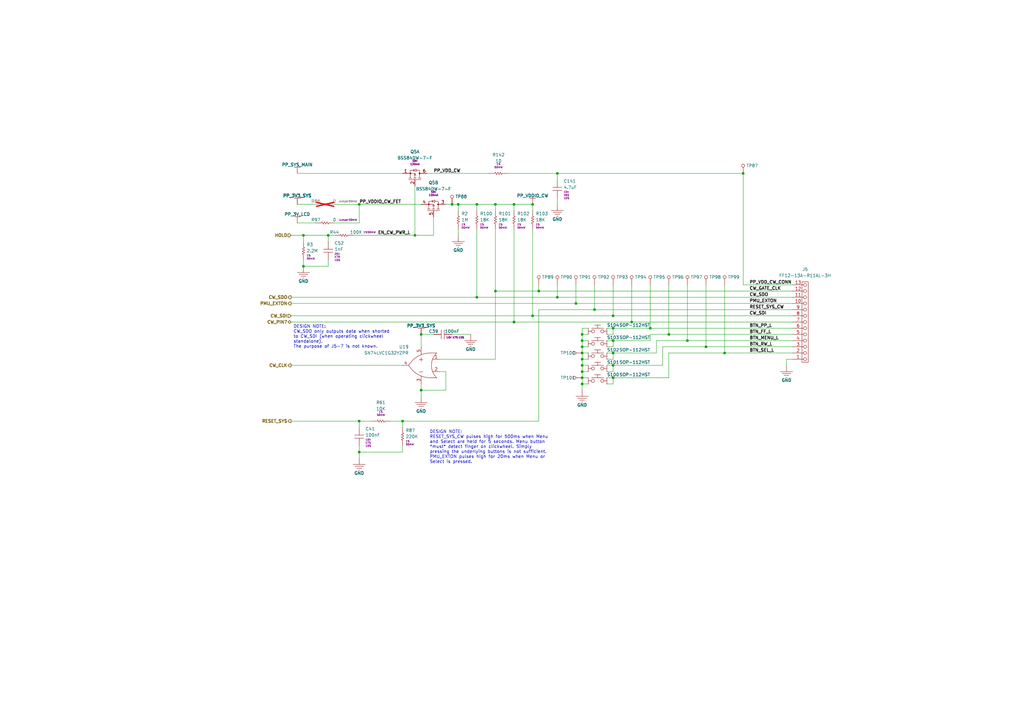
<source format=kicad_sch>
(kicad_sch (version 20231120) (generator "eeschema") (generator_version "8.0")
  (paper "A3")
  (title_block (title "iPod Video Main Board") (date "2025-04-19") (rev "A") (comment 1 "820-1975") (comment 2 "A"))
  (lib_symbols
    (symbol "820-1975:Capacitors-0201/CAP-0201-000004" (pin_numbers hide) (pin_names (offset 0) hide)
      (property "Reference" "C" (at 2.54 -3.175 0))
      (property "Value" "1nF" (at 2.54 -1.27 0))
      (property "Voltage" "25V" (at 2.54 -4.445 0))
      (property "Dielectric" "X7R" (at 2.54 -6.985 0))
      (property "Tolerance" "10%" (at 2.54 -5.715 0))
      (symbol "Capacitors-0201/CAP-0201-000004_0_1"
        (polyline (pts (xy -1.905 -4.445) (xy 1.905 -4.445)))
        (polyline (pts (xy 1.905 -3.175) (xy -1.905 -3.175)))
      )
      (symbol "Capacitors-0201/CAP-0201-000004_1_1"
        (pin passive line (at 0 0 270) (length 3.175) (name "1") (number "1"))
        (pin passive line (at 0 -7.62 90) (length 3.175) (name "2") (number "2"))
      )
    )
    (symbol "820-1975:Capacitors-0201/CAP-0201-000006" (pin_numbers hide) (pin_names (offset 0) hide)
      (property "Reference" "C" (at 2.54 -3.175 0))
      (property "Value" "100nF" (at 2.54 -1.27 0))
      (property "Voltage" "10V" (at 2.54 -4.445 0))
      (property "Dielectric" "X7S" (at 2.54 -6.985 0))
      (property "Tolerance" "10%" (at 2.54 -5.715 0))
      (symbol "Capacitors-0201/CAP-0201-000006_0_1"
        (polyline (pts (xy -1.905 -4.445) (xy 1.905 -4.445)))
        (polyline (pts (xy 1.905 -3.175) (xy -1.905 -3.175)))
      )
      (symbol "Capacitors-0201/CAP-0201-000006_1_1"
        (pin passive line (at 0 0 270) (length 3.175) (name "1") (number "1"))
        (pin passive line (at 0 -7.62 90) (length 3.175) (name "2") (number "2"))
      )
    )
    (symbol "820-1975:Capacitors-0603/CAP-0603-000004" (pin_numbers hide) (pin_names (offset 0) hide)
      (property "Reference" "C" (at 2.54 -3.175 0))
      (property "Value" "4.7uF" (at 2.54 -1.27 0))
      (property "Voltage" "10V" (at 2.54 -4.445 0))
      (property "Dielectric" "X6S" (at 2.54 -6.985 0))
      (property "Tolerance" "10%" (at 2.54 -5.715 0))
      (symbol "Capacitors-0603/CAP-0603-000004_0_1"
        (polyline (pts (xy -1.905 -4.445) (xy 1.905 -4.445)))
        (polyline (pts (xy 1.905 -3.175) (xy -1.905 -3.175)))
      )
      (symbol "Capacitors-0603/CAP-0603-000004_1_1"
        (pin passive line (at 0 0 270) (length 3.175) (name "1") (number "1"))
        (pin passive line (at 0 -7.62 90) (length 3.175) (name "2") (number "2"))
      )
    )
    (symbol "820-1975:Connectors/CONN-000002" (pin_names (offset 0) hide)
      (property "Reference" "J" (at 7.62 0 0))
      (property "Value" "FF12-13A-R11AL-3H" (at 7.62 -1.905 0))
      (symbol "Connectors/CONN-000002_0_1"
        (rectangle (start 3.81 1.27) (end 6.35 -31.75))
      )
      (symbol "Connectors/CONN-000002_1_1"
        (circle (center 5.08 -30.48) (radius 0.635))
        (circle (center 5.08 -27.94) (radius 0.635))
        (circle (center 5.08 -25.4) (radius 0.635))
        (circle (center 5.08 -22.86) (radius 0.635))
        (circle (center 5.08 -20.32) (radius 0.635))
        (circle (center 5.08 -17.78) (radius 0.635))
        (circle (center 5.08 -15.24) (radius 0.635))
        (circle (center 5.08 -12.7) (radius 0.635))
        (circle (center 5.08 -10.16) (radius 0.635))
        (circle (center 5.08 -7.62) (radius 0.635))
        (circle (center 5.08 -5.08) (radius 0.635))
        (circle (center 5.08 -2.54) (radius 0.635))
        (circle (center 5.08 0) (radius 0.635))
        (pin passive line (at 0 0 0) (length 4.445) (name "1") (number "1"))
        (pin passive line (at 0 -22.86 0) (length 4.445) (name "10") (number "10"))
        (pin passive line (at 0 -25.4 0) (length 4.445) (name "11") (number "11"))
        (pin passive line (at 0 -27.94 0) (length 4.445) (name "12") (number "12"))
        (pin passive line (at 0 -30.48 0) (length 4.445) (name "13") (number "13"))
        (pin passive line (at 0 -2.54 0) (length 4.445) (name "2") (number "2"))
        (pin passive line (at 0 -5.08 0) (length 4.445) (name "3") (number "3"))
        (pin passive line (at 0 -7.62 0) (length 4.445) (name "4") (number "4"))
        (pin passive line (at 0 -10.16 0) (length 4.445) (name "5") (number "5"))
        (pin passive line (at 0 -12.7 0) (length 4.445) (name "6") (number "6"))
        (pin passive line (at 0 -15.24 0) (length 4.445) (name "7") (number "7"))
        (pin passive line (at 0 -17.78 0) (length 4.445) (name "8") (number "8"))
        (pin passive line (at 0 -20.32 0) (length 4.445) (name "9") (number "9"))
      )
    )
    (symbol "820-1975:ICs/IC-000009" (pin_names (offset 0) hide)
      (property "Reference" "U" (at 12.7 4.445 0))
      (property "Value" "SN74LVC1G32YZPR" (at 12.7 2.54 0))
      (symbol "ICs/IC-000009_0_1"
        (polyline (pts (xy 1.27 -7.62) (xy 3.81 -7.62)))
        (polyline (pts (xy 1.27 2.54) (xy 3.81 2.54)))
        (arc (start 1.27 -7.62) (mid 3.3742 -2.54) (end 1.27 2.54))
      )
      (symbol "ICs/IC-000009_1_1"
        (arc (start 3.81 -7.62) (mid 8.9295 -6.2603) (end 12.7 -2.54))
        (arc (start 12.7 -2.54) (mid 8.93 1.18) (end 3.81 2.54))
        (text "+" (at 7.62 0 0) (effects (font (size 1.905 1.905))))
        (text "−" (at 7.62 -5.08 0) (effects (font (size 1.905 1.905))))
        (pin input line (at 0 0 0) (length 2.8956) (name "A") (number "1"))
        (pin input line (at 0 -5.08 0) (length 2.8956) (name "B") (number "2"))
        (pin power_in line (at 7.62 -10.16 90) (length 3.2766) (name "GND") (number "3"))
        (pin input line (at 15.24 -2.54 180) (length 2.54) (name "Y") (number "4"))
        (pin power_in line (at 7.62 5.08 270) (length 3.2766) (name "VCC") (number "5"))
      )
    )
    (symbol "820-1975:PCB Components/TP-000000" (pin_numbers hide) (pin_names (offset 0) hide)
      (property "Reference" "TP" (at 3.81 -5.08 0))
      (symbol "PCB Components/TP-000000_0_1"
        (circle (center 0 3.175) (radius 0.635))
      )
      (symbol "PCB Components/TP-000000_1_1"
        (pin passive line (at 0 0 90) (length 2.54) (name "1") (number "1"))
      )
    )
    (symbol "820-1975:Resistors-0201/RES-0201-000000" (pin_numbers hide) (pin_names (offset 0) hide)
      (property "Reference" "R" (at 1.27 -3.81 0))
      (property "Value" "0" (at 1.27 -1.905 0))
      (property "Tolerance" "Jumper" (at 1.27 -5.08 0))
      (property "Power" "50mW" (at 1.27 -6.35 0))
      (symbol "Resistors-0201/RES-0201-000000_0_1"
        (polyline (pts (xy 0 -1.27) (xy 0 -2.286) (xy 0.508 -2.54) (xy -0.508 -3.048) (xy 0.508 -3.556) (xy -0.508 -4.064) (xy 0.508 -4.572) (xy -0.508 -5.08) (xy 0 -5.334) (xy 0 -6.35)))
      )
      (symbol "Resistors-0201/RES-0201-000000_1_1"
        (pin passive line (at 0 0 270) (length 1.27) (name "1") (number "1"))
        (pin passive line (at 0 -7.62 90) (length 1.27) (name "2") (number "2"))
      )
    )
    (symbol "820-1975:Resistors-0201/RES-0201-000001" (pin_numbers hide) (pin_names (offset 0) hide)
      (property "Reference" "R" (at 1.27 -3.81 0))
      (property "Value" "10" (at 1.27 -1.905 0))
      (property "Tolerance" "1%" (at 1.27 -5.08 0))
      (property "Power" "50mW" (at 1.27 -6.35 0))
      (symbol "Resistors-0201/RES-0201-000001_0_1"
        (polyline (pts (xy 0 -1.27) (xy 0 -2.286) (xy 0.508 -2.54) (xy -0.508 -3.048) (xy 0.508 -3.556) (xy -0.508 -4.064) (xy 0.508 -4.572) (xy -0.508 -5.08) (xy 0 -5.334) (xy 0 -6.35)))
      )
      (symbol "Resistors-0201/RES-0201-000001_1_1"
        (pin passive line (at 0 0 270) (length 1.27) (name "1") (number "1"))
        (pin passive line (at 0 -7.62 90) (length 1.27) (name "2") (number "2"))
      )
    )
    (symbol "820-1975:Resistors-0201/RES-0201-000022" (pin_numbers hide) (pin_names (offset 0) hide)
      (property "Reference" "R" (at 1.27 -3.81 0))
      (property "Value" "10K" (at 1.27 -1.905 0))
      (property "Tolerance" "1%" (at 1.27 -5.08 0))
      (property "Power" "50mW" (at 1.27 -6.35 0))
      (symbol "Resistors-0201/RES-0201-000022_0_1"
        (polyline (pts (xy 0 -1.27) (xy 0 -2.286) (xy 0.508 -2.54) (xy -0.508 -3.048) (xy 0.508 -3.556) (xy -0.508 -4.064) (xy 0.508 -4.572) (xy -0.508 -5.08) (xy 0 -5.334) (xy 0 -6.35)))
      )
      (symbol "Resistors-0201/RES-0201-000022_1_1"
        (pin passive line (at 0 0 270) (length 1.27) (name "1") (number "1"))
        (pin passive line (at 0 -7.62 90) (length 1.27) (name "2") (number "2"))
      )
    )
    (symbol "820-1975:Resistors-0201/RES-0201-000024" (pin_numbers hide) (pin_names (offset 0) hide)
      (property "Reference" "R" (at 1.27 -3.81 0))
      (property "Value" "18K" (at 1.27 -1.905 0))
      (property "Tolerance" "1%" (at 1.27 -5.08 0))
      (property "Power" "50mW" (at 1.27 -6.35 0))
      (symbol "Resistors-0201/RES-0201-000024_0_1"
        (polyline (pts (xy 0 -1.27) (xy 0 -2.286) (xy 0.508 -2.54) (xy -0.508 -3.048) (xy 0.508 -3.556) (xy -0.508 -4.064) (xy 0.508 -4.572) (xy -0.508 -5.08) (xy 0 -5.334) (xy 0 -6.35)))
      )
      (symbol "Resistors-0201/RES-0201-000024_1_1"
        (pin passive line (at 0 0 270) (length 1.27) (name "1") (number "1"))
        (pin passive line (at 0 -7.62 90) (length 1.27) (name "2") (number "2"))
      )
    )
    (symbol "820-1975:Resistors-0201/RES-0201-000030" (pin_numbers hide) (pin_names (offset 0) hide)
      (property "Reference" "R" (at 1.27 -3.81 0))
      (property "Value" "100K" (at 1.27 -1.905 0))
      (property "Tolerance" "1%" (at 1.27 -5.08 0))
      (property "Power" "50mW" (at 1.27 -6.35 0))
      (symbol "Resistors-0201/RES-0201-000030_0_1"
        (polyline (pts (xy 0 -1.27) (xy 0 -2.286) (xy 0.508 -2.54) (xy -0.508 -3.048) (xy 0.508 -3.556) (xy -0.508 -4.064) (xy 0.508 -4.572) (xy -0.508 -5.08) (xy 0 -5.334) (xy 0 -6.35)))
      )
      (symbol "Resistors-0201/RES-0201-000030_1_1"
        (pin passive line (at 0 0 270) (length 1.27) (name "1") (number "1"))
        (pin passive line (at 0 -7.62 90) (length 1.27) (name "2") (number "2"))
      )
    )
    (symbol "820-1975:Resistors-0201/RES-0201-000033" (pin_numbers hide) (pin_names (offset 0) hide)
      (property "Reference" "R" (at 1.27 -3.81 0))
      (property "Value" "220K" (at 1.27 -1.905 0))
      (property "Tolerance" "1%" (at 1.27 -5.08 0))
      (property "Power" "50mW" (at 1.27 -6.35 0))
      (symbol "Resistors-0201/RES-0201-000033_0_1"
        (polyline (pts (xy 0 -1.27) (xy 0 -2.286) (xy 0.508 -2.54) (xy -0.508 -3.048) (xy 0.508 -3.556) (xy -0.508 -4.064) (xy 0.508 -4.572) (xy -0.508 -5.08) (xy 0 -5.334) (xy 0 -6.35)))
      )
      (symbol "Resistors-0201/RES-0201-000033_1_1"
        (pin passive line (at 0 0 270) (length 1.27) (name "1") (number "1"))
        (pin passive line (at 0 -7.62 90) (length 1.27) (name "2") (number "2"))
      )
    )
    (symbol "820-1975:Resistors-0201/RES-0201-000037" (pin_numbers hide) (pin_names (offset 0) hide)
      (property "Reference" "R" (at 1.27 -3.81 0))
      (property "Value" "1M" (at 1.27 -1.905 0))
      (property "Tolerance" "1%" (at 1.27 -5.08 0))
      (property "Power" "50mW" (at 1.27 -6.35 0))
      (symbol "Resistors-0201/RES-0201-000037_0_1"
        (polyline (pts (xy 0 -1.27) (xy 0 -2.286) (xy 0.508 -2.54) (xy -0.508 -3.048) (xy 0.508 -3.556) (xy -0.508 -4.064) (xy 0.508 -4.572) (xy -0.508 -5.08) (xy 0 -5.334) (xy 0 -6.35)))
      )
      (symbol "Resistors-0201/RES-0201-000037_1_1"
        (pin passive line (at 0 0 270) (length 1.27) (name "1") (number "1"))
        (pin passive line (at 0 -7.62 90) (length 1.27) (name "2") (number "2"))
      )
    )
    (symbol "820-1975:Resistors-0201/RES-0201-000038" (pin_numbers hide) (pin_names (offset 0) hide)
      (property "Reference" "R" (at 1.27 -3.81 0))
      (property "Value" "2.2M" (at 1.27 -1.905 0))
      (property "Tolerance" "1%" (at 1.27 -5.08 0))
      (property "Power" "50mW" (at 1.27 -6.35 0))
      (symbol "Resistors-0201/RES-0201-000038_0_1"
        (polyline (pts (xy 0 -1.27) (xy 0 -2.286) (xy 0.508 -2.54) (xy -0.508 -3.048) (xy 0.508 -3.556) (xy -0.508 -4.064) (xy 0.508 -4.572) (xy -0.508 -5.08) (xy 0 -5.334) (xy 0 -6.35)))
      )
      (symbol "Resistors-0201/RES-0201-000038_1_1"
        (pin passive line (at 0 0 270) (length 1.27) (name "1") (number "1"))
        (pin passive line (at 0 -7.62 90) (length 1.27) (name "2") (number "2"))
      )
    )
    (symbol "820-1975:Switches/SW-000000" (pin_numbers hide) (pin_names (offset 0) hide)
      (property "Reference" "S" (at 5.08 -3.175 0))
      (property "Value" "SOP-112HST" (at 5.08 -5.08 0))
      (symbol "Switches/SW-000000_0_1"
        (polyline (pts (xy 0 -7.62) (xy 2.54 -7.62)))
        (polyline (pts (xy 0 0) (xy 2.54 0)))
        (polyline (pts (xy 1.27 -7.62) (xy 1.27 -6.35)))
        (polyline (pts (xy 1.27 -1.27) (xy 1.27 0)))
        (polyline (pts (xy 2.54 -3.81) (xy 3.81 -3.81)))
        (polyline (pts (xy 2.54 -1.27) (xy 2.54 -6.35)))
        (polyline (pts (xy 3.81 -2.54) (xy 3.81 -4.445) (xy 3.81 -5.08)))
        (circle (center 1.27 -5.715) (radius 0.635))
        (circle (center 1.27 -1.905) (radius 0.635))
      )
      (symbol "Switches/SW-000000_1_1"
        (pin passive line (at 0 0 270) (length 0) (name "1") (number "1"))
        (pin passive line (at 2.54 0 270) (length 0) (name "2") (number "2"))
        (pin passive line (at 0 -7.62 90) (length 0) (name "3") (number "3"))
        (pin passive line (at 2.54 -7.62 90) (length 0) (name "4") (number "4"))
      )
    )
    (symbol "820-1975:Transistors/Q-000004" (pin_names (offset 0) hide)
      (property "Reference" "Q" (at 2.54 -3.175 0))
      (property "Value" "BSS84DW-7-F" (at 2.54 -5.08 0))
      (property "Voltage" "50V" (at 2.54 -6.35 0))
      (property "Current" "130mA" (at 2.54 -7.62 0))
      (symbol "Transistors/Q-000004_0_1"
        (polyline (pts (xy -2.54 -2.54) (xy -2.54 -7.62)))
        (polyline (pts (xy -1.905 -6.35) (xy -1.905 -7.62)))
        (polyline (pts (xy -1.905 -4.445) (xy -1.905 -5.715)))
        (polyline (pts (xy -1.905 -2.54) (xy -1.905 -3.81)))
        (polyline (pts (xy -0.635 -5.08) (xy -1.905 -5.08)))
        (polyline (pts (xy 0 -3.175) (xy 0 -5.08)))
        (polyline (pts (xy 0.762 -4.572) (xy 1.778 -4.572)))
        (polyline (pts (xy -1.905 -6.985) (xy 0 -6.985) (xy 0 -7.62)))
        (polyline (pts (xy -1.905 -3.175) (xy 0 -3.175) (xy 0 -2.54)))
        (polyline (pts (xy 0 -6.985) (xy 1.27 -6.985) (xy 1.27 -5.588)))
        (polyline (pts (xy 0 -3.175) (xy 1.27 -3.175) (xy 1.27 -4.572)))
        (polyline (pts (xy -0.635 -5.461) (xy -0.635 -4.699) (xy 0 -5.08) (xy -0.635 -5.461)))
        (polyline (pts (xy 1.27 -4.572) (xy 1.778 -5.588) (xy 0.762 -5.588) (xy 1.27 -4.572)))
      )
      (symbol "Transistors/Q-000004_1_1"
        (circle (center 0 -6.985) (radius 0.254) (fill (type color) (color 0 0 0 1)))
        (circle (center 0 -3.175) (radius 0.254) (fill (type color) (color 0 0 0 1)))
        (pin passive line (at 0 0 270) (length 2.54) (name "S1") (number "1"))
        (pin passive line (at -5.08 -5.08 0) (length 2.54) (name "G1") (number "2"))
        (pin passive line (at 0 -10.16 90) (length 2.54) (name "D1") (number "6"))
      )
      (symbol "Transistors/Q-000004_2_1"
        (circle (center 0 -6.985) (radius 0.254) (fill (type color) (color 0 0 0 1)))
        (circle (center 0 -3.175) (radius 0.254) (fill (type color) (color 0 0 0 1)))
        (pin passive line (at 0 -10.16 90) (length 2.54) (name "D2") (number "3"))
        (pin passive line (at 0 0 270) (length 2.54) (name "S2") (number "4"))
        (pin passive line (at -5.08 -5.08 0) (length 2.54) (name "G2") (number "5"))
      )
    )
    (symbol "820-1975_Symbols:GND" (power) (pin_numbers hide) (pin_names hide) (in_bom no) (on_board no)
      (property "Value" "GND" (at 0 -6.096 0))
      (symbol "GND_0_1"
        (polyline (pts (xy -2.54 -2.54) (xy 2.54 -2.54)))
        (polyline (pts (xy -1.778 -3.302) (xy 1.778 -3.302)))
        (polyline (pts (xy -1.016 -4.064) (xy 1.016 -4.064)))
        (polyline (pts (xy -0.254 -4.826) (xy 0.254 -4.826)))
      )
      (symbol "GND_1_1"
        (pin power_in line (at 0 0 270) (length 2.54) (name "GND") (number "1"))
      )
    )
    (symbol "820-1975_Symbols:VCC" (power) (pin_numbers hide) (pin_names hide) (in_bom no) (on_board no)
      (property "Value" "VCC" (at 0 3.556 0))
      (symbol "VCC_0_1"
        (polyline (pts (xy -1.27 2.54) (xy 1.27 2.54)))
      )
      (symbol "VCC_1_1"
        (pin power_in line (at 0 0 90) (length 2.54) (name "SHLD_GND") (number "1"))
      )
    )
  )
  (junction (at 147.32 172.72))
  (junction (at 238.76 157.48))
  (junction (at 218.44 83.82))
  (junction (at 238.76 144.78))
  (junction (at 220.98 119.38))
  (junction (at 304.8 71.12))
  (junction (at 238.76 149.86))
  (junction (at 134.62 96.52))
  (junction (at 243.84 127))
  (junction (at 251.46 144.78))
  (junction (at 259.08 132.08))
  (junction (at 297.18 144.78))
  (junction (at 251.46 134.62))
  (junction (at 218.44 129.54))
  (junction (at 289.56 142.24))
  (junction (at 210.82 132.08))
  (junction (at 238.76 142.24))
  (junction (at 281.94 139.7))
  (junction (at 165.1 172.72))
  (junction (at 251.46 149.86))
  (junction (at 251.46 139.7))
  (junction (at 228.6 121.92))
  (junction (at 203.2 83.82))
  (junction (at 195.58 121.92))
  (junction (at 274.32 137.16))
  (junction (at 172.72 160.02))
  (junction (at 266.7 134.62))
  (junction (at 172.72 137.16))
  (junction (at 251.46 154.94))
  (junction (at 236.22 124.46))
  (junction (at 124.46 96.52))
  (junction (at 210.82 83.82))
  (junction (at 251.46 129.54))
  (junction (at 228.6 71.12))
  (junction (at 238.76 152.4))
  (junction (at 238.76 139.7))
  (junction (at 238.76 137.16))
  (junction (at 170.18 96.52))
  (junction (at 195.58 83.82))
  (junction (at 203.2 119.38))
  (junction (at 238.76 154.94))
  (junction (at 185.42 83.82))
  (junction (at 124.46 109.22))
  (junction (at 238.76 147.32))
  (junction (at 147.32 83.82))
  (junction (at 187.96 83.82))
  (junction (at 147.32 185.42))
  (wire (pts (xy 248.92 137.16) (xy 251.46 137.16)))
  (wire (pts (xy 228.6 81.28) (xy 228.6 83.82)))
  (wire (pts (xy 238.76 134.62) (xy 238.76 137.16)))
  (wire (pts (xy 172.72 137.16) (xy 177.8 137.16)))
  (wire (pts (xy 137.16 83.82) (xy 147.32 83.82)))
  (wire (pts (xy 203.2 83.82) (xy 203.2 86.36)))
  (wire (pts (xy 248.92 134.62) (xy 251.46 134.62)))
  (wire (pts (xy 228.6 116.84) (xy 228.6 121.92)))
  (wire (pts (xy 251.46 134.62) (xy 266.7 134.62)))
  (wire (pts (xy 251.46 139.7) (xy 266.7 139.7)))
  (wire (pts (xy 208.28 71.12) (xy 228.6 71.12)))
  (wire (pts (xy 266.7 139.7) (xy 266.7 137.16)))
  (wire (pts (xy 177.8 96.52) (xy 177.8 88.9)))
  (wire (pts (xy 251.46 139.7) (xy 251.46 142.24)))
  (wire (pts (xy 218.44 129.54) (xy 251.46 129.54)))
  (wire (pts (xy 238.76 139.7) (xy 238.76 142.24)))
  (wire (pts (xy 210.82 93.98) (xy 210.82 132.08)))
  (wire (pts (xy 195.58 86.36) (xy 195.58 83.82)))
  (wire (pts (xy 195.58 93.98) (xy 195.58 121.92)))
  (wire (pts (xy 281.94 116.84) (xy 281.94 139.7)))
  (wire (pts (xy 195.58 121.92) (xy 228.6 121.92)))
  (wire (pts (xy 251.46 144.78) (xy 251.46 147.32)))
  (wire (pts (xy 269.24 144.78) (xy 269.24 139.7)))
  (wire (pts (xy 144.78 96.52) (xy 170.18 96.52)))
  (wire (pts (xy 134.62 96.52) (xy 134.62 99.06)))
  (wire (pts (xy 147.32 182.88) (xy 147.32 185.42)))
  (wire (pts (xy 220.98 116.84) (xy 220.98 119.38)))
  (wire (pts (xy 238.76 144.78) (xy 238.76 147.32)))
  (wire (pts (xy 251.46 134.62) (xy 251.46 137.16)))
  (wire (pts (xy 185.42 83.82) (xy 187.96 83.82)))
  (wire (pts (xy 172.72 142.24) (xy 172.72 137.16)))
  (wire (pts (xy 210.82 132.08) (xy 259.08 132.08)))
  (wire (pts (xy 248.92 147.32) (xy 251.46 147.32)))
  (wire (pts (xy 220.98 172.72) (xy 165.1 172.72)))
  (wire (pts (xy 119.38 172.72) (xy 147.32 172.72)))
  (wire (pts (xy 187.96 96.52) (xy 187.96 93.98)))
  (wire (pts (xy 304.8 71.12) (xy 304.8 116.84)))
  (wire (pts (xy 243.84 127) (xy 220.98 127)))
  (wire (pts (xy 243.84 116.84) (xy 243.84 127)))
  (wire (pts (xy 182.88 83.82) (xy 185.42 83.82)))
  (wire (pts (xy 238.76 147.32) (xy 238.76 149.86)))
  (wire (pts (xy 274.32 137.16) (xy 325.12 137.16)))
  (wire (pts (xy 266.7 116.84) (xy 266.7 134.62)))
  (wire (pts (xy 238.76 144.78) (xy 238.76 142.24)))
  (wire (pts (xy 203.2 83.82) (xy 210.82 83.82)))
  (wire (pts (xy 238.76 137.16) (xy 241.3 137.16)))
  (wire (pts (xy 266.7 134.62) (xy 325.12 134.62)))
  (wire (pts (xy 119.38 121.92) (xy 195.58 121.92)))
  (wire (pts (xy 147.32 185.42) (xy 165.1 185.42)))
  (wire (pts (xy 147.32 172.72) (xy 147.32 175.26)))
  (wire (pts (xy 236.22 124.46) (xy 325.12 124.46)))
  (wire (pts (xy 238.76 149.86) (xy 238.76 152.4)))
  (wire (pts (xy 236.22 116.84) (xy 236.22 124.46)))
  (wire (pts (xy 121.92 71.12) (xy 165.1 71.12)))
  (wire (pts (xy 304.8 116.84) (xy 325.12 116.84)))
  (wire (pts (xy 325.12 127) (xy 243.84 127)))
  (wire (pts (xy 220.98 127) (xy 220.98 172.72)))
  (wire (pts (xy 172.72 157.48) (xy 172.72 160.02)))
  (wire (pts (xy 124.46 96.52) (xy 134.62 96.52)))
  (wire (pts (xy 274.32 116.84) (xy 274.32 137.16)))
  (wire (pts (xy 180.34 147.32) (xy 203.2 147.32)))
  (wire (pts (xy 251.46 144.78) (xy 269.24 144.78)))
  (wire (pts (xy 238.76 157.48) (xy 241.3 157.48)))
  (wire (pts (xy 248.92 142.24) (xy 251.46 142.24)))
  (wire (pts (xy 271.78 149.86) (xy 271.78 142.24)))
  (wire (pts (xy 124.46 109.22) (xy 134.62 109.22)))
  (wire (pts (xy 238.76 139.7) (xy 238.76 137.16)))
  (wire (pts (xy 182.88 152.4) (xy 182.88 160.02)))
  (wire (pts (xy 165.1 172.72) (xy 165.1 175.26)))
  (wire (pts (xy 238.76 154.94) (xy 241.3 154.94)))
  (wire (pts (xy 119.38 149.86) (xy 165.1 149.86)))
  (wire (pts (xy 210.82 83.82) (xy 218.44 83.82)))
  (wire (pts (xy 195.58 83.82) (xy 203.2 83.82)))
  (wire (pts (xy 170.18 76.2) (xy 170.18 96.52)))
  (wire (pts (xy 134.62 106.68) (xy 134.62 109.22)))
  (wire (pts (xy 266.7 137.16) (xy 274.32 137.16)))
  (wire (pts (xy 203.2 93.98) (xy 203.2 119.38)))
  (wire (pts (xy 248.92 157.48) (xy 251.46 157.48)))
  (wire (pts (xy 238.76 147.32) (xy 241.3 147.32)))
  (wire (pts (xy 147.32 91.44) (xy 147.32 83.82)))
  (wire (pts (xy 187.96 83.82) (xy 195.58 83.82)))
  (wire (pts (xy 251.46 154.94) (xy 251.46 157.48)))
  (wire (pts (xy 119.38 132.08) (xy 210.82 132.08)))
  (wire (pts (xy 147.32 83.82) (xy 172.72 83.82)))
  (wire (pts (xy 137.16 91.44) (xy 147.32 91.44)))
  (wire (pts (xy 274.32 144.78) (xy 297.18 144.78)))
  (wire (pts (xy 170.18 96.52) (xy 177.8 96.52)))
  (wire (pts (xy 187.96 83.82) (xy 187.96 86.36)))
  (wire (pts (xy 297.18 144.78) (xy 325.12 144.78)))
  (wire (pts (xy 134.62 96.52) (xy 137.16 96.52)))
  (wire (pts (xy 289.56 142.24) (xy 325.12 142.24)))
  (wire (pts (xy 248.92 144.78) (xy 251.46 144.78)))
  (wire (pts (xy 203.2 119.38) (xy 203.2 147.32)))
  (wire (pts (xy 238.76 154.94) (xy 238.76 157.48)))
  (wire (pts (xy 251.46 129.54) (xy 325.12 129.54)))
  (wire (pts (xy 251.46 149.86) (xy 251.46 152.4)))
  (wire (pts (xy 259.08 116.84) (xy 259.08 132.08)))
  (wire (pts (xy 121.92 83.82) (xy 129.54 83.82)))
  (wire (pts (xy 228.6 71.12) (xy 304.8 71.12)))
  (wire (pts (xy 238.76 157.48) (xy 238.76 160.02)))
  (wire (pts (xy 203.2 119.38) (xy 220.98 119.38)))
  (wire (pts (xy 121.92 91.44) (xy 129.54 91.44)))
  (wire (pts (xy 238.76 152.4) (xy 241.3 152.4)))
  (wire (pts (xy 248.92 139.7) (xy 251.46 139.7)))
  (wire (pts (xy 269.24 139.7) (xy 281.94 139.7)))
  (wire (pts (xy 152.4 172.72) (xy 147.32 172.72)))
  (wire (pts (xy 289.56 116.84) (xy 289.56 142.24)))
  (wire (pts (xy 218.44 93.98) (xy 218.44 129.54)))
  (wire (pts (xy 325.12 147.32) (xy 322.58 147.32)))
  (wire (pts (xy 251.46 116.84) (xy 251.46 129.54)))
  (wire (pts (xy 251.46 154.94) (xy 274.32 154.94)))
  (wire (pts (xy 259.08 132.08) (xy 325.12 132.08)))
  (wire (pts (xy 119.38 96.52) (xy 124.46 96.52)))
  (wire (pts (xy 182.88 160.02) (xy 172.72 160.02)))
  (wire (pts (xy 238.76 152.4) (xy 238.76 154.94)))
  (wire (pts (xy 218.44 86.36) (xy 218.44 83.82)))
  (wire (pts (xy 172.72 160.02) (xy 172.72 162.56)))
  (wire (pts (xy 124.46 96.52) (xy 124.46 99.06)))
  (wire (pts (xy 160.02 172.72) (xy 165.1 172.72)))
  (wire (pts (xy 228.6 121.92) (xy 325.12 121.92)))
  (wire (pts (xy 180.34 152.4) (xy 182.88 152.4)))
  (wire (pts (xy 119.38 129.54) (xy 218.44 129.54)))
  (wire (pts (xy 281.94 139.7) (xy 325.12 139.7)))
  (wire (pts (xy 248.92 152.4) (xy 251.46 152.4)))
  (wire (pts (xy 271.78 142.24) (xy 289.56 142.24)))
  (wire (pts (xy 238.76 144.78) (xy 241.3 144.78)))
  (wire (pts (xy 175.26 71.12) (xy 200.66 71.12)))
  (wire (pts (xy 193.04 137.16) (xy 185.42 137.16)))
  (wire (pts (xy 238.76 139.7) (xy 241.3 139.7)))
  (wire (pts (xy 297.18 116.84) (xy 297.18 144.78)))
  (wire (pts (xy 210.82 83.82) (xy 210.82 86.36)))
  (wire (pts (xy 220.98 119.38) (xy 325.12 119.38)))
  (wire (pts (xy 238.76 142.24) (xy 241.3 142.24)))
  (wire (pts (xy 124.46 106.68) (xy 124.46 109.22)))
  (wire (pts (xy 251.46 149.86) (xy 271.78 149.86)))
  (wire (pts (xy 248.92 154.94) (xy 251.46 154.94)))
  (wire (pts (xy 147.32 185.42) (xy 147.32 187.96)))
  (wire (pts (xy 228.6 71.12) (xy 228.6 73.66)))
  (wire (pts (xy 274.32 154.94) (xy 274.32 144.78)))
  (wire (pts (xy 119.38 124.46) (xy 236.22 124.46)))
  (wire (pts (xy 165.1 182.88) (xy 165.1 185.42)))
  (wire (pts (xy 241.3 134.62) (xy 238.76 134.62)))
  (wire (pts (xy 248.92 149.86) (xy 251.46 149.86)))
  (wire (pts (xy 238.76 149.86) (xy 241.3 149.86)))
  (wire (pts (xy 322.58 147.32) (xy 322.58 149.86)))
  (text_box "DESIGN NOTE:\nCW_SDO only outputs data when shorted to CW_SDI (when operating clickwheel standalone).\nThe purpose of J5-7 is not known." (at 119.38 132.08 0) (size 43.18 10.16) (stroke (width -0.0001)) (effects (font (size 1.27 1.27)) (justify left top)))
  (text_box "DESIGN NOTE:\nRESET_SYS_CW pulses high for 500ms when Menu and Select are held for 5 seconds. Menu button *must* detect finger on clickwheel. Simply pressing the underlying buttons is not sufficient.\nPMU_EXTON pulses high for 20ms when Menu or Select is pressed." (at 175.26 175.26 0) (size 50.8 17.78) (stroke (width -0.0001)) (effects (font (size 1.27 1.27)) (justify left top)))
  (label "BTN_PP_L" (at 307.34 134.62 0) (effects (font (bold yes))))
  (label "PMU_EXTON" (at 307.34 124.46 0) (effects (font (bold yes))))
  (label "BTN_SEL_L" (at 307.34 144.78 0) (effects (font (bold yes))))
  (label "CW_GATE_CLK" (at 307.34 119.38 0) (effects (font (bold yes))))
  (label "PP_VDD_CW" (at 177.8 71.12 0) (effects (font (bold yes))))
  (label "EN_CW_PWR_L" (at 154.94 96.52 0) (effects (font (bold yes))))
  (label "PP_VDD_CW_CONN" (at 307.34 116.84 0) (effects (font (bold yes))))
  (label "BTN_MENU_L" (at 307.34 139.7 0) (effects (font (bold yes))))
  (label "BTN_RW_L" (at 307.34 142.24 0) (effects (font (bold yes))))
  (label "PP_VDDIO_CW_FET" (at 147.32 83.82 0) (effects (font (bold yes))))
  (label "RESET_SYS_CW" (at 307.34 127 0) (effects (font (bold yes))))
  (label "BTN_FF_L" (at 307.34 137.16 0) (effects (font (bold yes))))
  (label "CW_SDO" (at 307.34 121.92 0) (effects (font (bold yes))))
  (label "CW_SDI" (at 307.34 129.54 0) (effects (font (bold yes))))
  (hierarchical_label "CW_SDO" (shape output) (at 119.38 121.92 180) (effects (font (bold yes))))
  (hierarchical_label "CW_SDI" (shape input) (at 119.38 129.54 180) (effects (font (bold yes))))
  (hierarchical_label "RESET_SYS" (shape output) (at 119.38 172.72 180) (effects (font (bold yes))))
  (hierarchical_label "HOLD" (shape input) (at 119.38 96.52 180) (effects (font (bold yes))))
  (hierarchical_label "PMU_EXTON" (shape output) (at 119.38 124.46 180) (effects (font (bold yes))))
  (hierarchical_label "CW_PIN7" (shape bidirectional) (at 119.38 132.08 180) (effects (font (bold yes))))
  (hierarchical_label "CW_CLK" (shape output) (at 119.38 149.86 180) (effects (font (bold yes))))
  (symbol (lib_id "820-1975:PCB Components/TP-000000") (at 236.22 116.84 0) (unit 1)
    (property "Reference" "TP91" (at 237.49 113.665 0) (effects (justify left)))
    (property "Value" "TP" (effects (hide yes)))
    (property "Footprint" "820-1975_Footprints:TP-SMT" (effects (hide yes)))
    (property "Description" "TESTPOINT SMT" (effects (hide yes)))
  )
  (symbol (lib_id "820-1975:PCB Components/TP-000000") (at 281.94 116.84 0) (unit 1)
    (property "Reference" "TP97" (at 283.21 113.665 0) (effects (justify left)))
    (property "Value" "TP" (effects (hide yes)))
    (property "Footprint" "820-1975_Footprints:TP-SMT" (effects (hide yes)))
    (property "Description" "TESTPOINT SMT" (effects (hide yes)))
  )
  (symbol (lib_id "820-1975_Symbols:GND") (at 124.46 109.22 0) (unit 1) (in_bom no) (on_board no)
    (property "Reference" "#PWR044" (effects (hide yes)))
    (property "Value" "GND" (at 124.46 115.316 0) (effects (font (bold yes))))
    (property "Description" "Ground Symbol" (effects (hide yes)))
  )
  (symbol (lib_id "820-1975:Resistors-0201/RES-0201-000022") (at 152.4 172.72 90) (unit 1)
    (property "Reference" "R61" (at 156.21 165.1 90))
    (property "Value" "10K" (at 156.21 167.64 90))
    (property "Footprint" "820-1975_Footprints:RES-0201" (effects (hide yes)))
    (property "Tolerance" "1%" (at 156.21 168.91 90) (effects (font (size 0.762 0.762))))
    (property "Power" "50mW" (at 156.21 170.18 90) (effects (font (size 0.762 0.762))))
    (property "Manufacturer" "Vishay Dale" (effects (hide yes)))
    (property "Manufacturer Part Number" "CRCW020110K0FNED" (effects (hide yes)))
  )
  (symbol (lib_id "820-1975:Resistors-0201/RES-0201-000024") (at 203.2 86.36 0) (unit 1)
    (property "Reference" "R101" (at 204.47 87.63 0) (effects (justify left)))
    (property "Value" "18K" (at 204.47 90.17 0) (effects (justify left)))
    (property "Footprint" "820-1975_Footprints:RES-0201" (effects (hide yes)))
    (property "Tolerance" "1%" (at 204.47 92.075 0) (effects (font (size 0.762 0.762)) (justify left)))
    (property "Power" "50mW" (at 204.47 93.345 0) (effects (font (size 0.762 0.762)) (justify left)))
    (property "Manufacturer" "Vishay Dale" (effects (hide yes)))
    (property "Manufacturer Part Number" "CRCW020118K0FKED" (effects (hide yes)))
  )
  (symbol (lib_id "820-1975_Symbols:VCC") (at 121.92 91.44 0) (unit 1) (in_bom no) (on_board no)
    (property "Reference" "#PWR0188" (effects (hide yes)))
    (property "Value" "PP_3V_LCD" (at 121.92 87.884 0) (effects (font (bold yes))))
    (property "Description" "Power Port Symbol" (effects (hide yes)))
  )
  (symbol (lib_id "820-1975_Symbols:GND") (at 193.04 137.16 0) (unit 1) (in_bom no) (on_board no)
    (property "Reference" "#PWR079" (effects (hide yes)))
    (property "Value" "GND" (at 193.04 143.256 0) (effects (font (bold yes))))
    (property "Description" "Ground Symbol" (effects (hide yes)))
  )
  (symbol (lib_id "820-1975:PCB Components/TP-000000") (at 289.56 116.84 0) (unit 1)
    (property "Reference" "TP98" (at 290.83 113.665 0) (effects (justify left)))
    (property "Value" "TP" (effects (hide yes)))
    (property "Footprint" "820-1975_Footprints:TP-SMT" (effects (hide yes)))
    (property "Description" "TESTPOINT SMT" (effects (hide yes)))
  )
  (symbol (lib_id "820-1975:Transistors/Q-000004") (at 165.1 71.12 90) (unit 1)
    (property "Reference" "Q5" (at 170.18 62.23 90))
    (property "Value" "BSS84DW-7-F" (at 170.18 64.77 90))
    (property "Footprint" "820-1975_Footprints:SOT-363" (effects (hide yes)))
    (property "Datasheet" "https://www.diodes.com/assets/Datasheets/BSS84DW.pdf" (effects (hide yes)))
    (property "Voltage" "50V" (at 170.18 66.04 90) (effects (font (size 0.762 0.762))))
    (property "Current" "130mA" (at 170.18 67.31 90) (effects (font (size 0.762 0.762))))
    (property "Manufacturer" "Diodes Incorporated" (effects (hide yes)))
    (property "Manufacturer Part Number" "BSS84DW-7-F" (effects (hide yes)))
    (property "Type" "PCH-DUAL" (effects (hide yes)))
  )
  (symbol (lib_id "820-1975:Resistors-0201/RES-0201-000033") (at 165.1 175.26 0) (unit 1)
    (property "Reference" "R87" (at 166.37 176.53 0) (effects (justify left)))
    (property "Value" "220K" (at 166.37 179.07 0) (effects (justify left)))
    (property "Footprint" "820-1975_Footprints:RES-0201" (effects (hide yes)))
    (property "Tolerance" "1%" (at 166.37 180.975 0) (effects (font (size 0.762 0.762)) (justify left)))
    (property "Power" "50mW" (at 166.37 182.245 0) (effects (font (size 0.762 0.762)) (justify left)))
    (property "Manufacturer" "Vishay Dale" (effects (hide yes)))
    (property "Manufacturer Part Number" "CRCW0201220KFNED" (effects (hide yes)))
  )
  (symbol (lib_id "820-1975:Resistors-0201/RES-0201-000000") (at 129.54 83.82 90) (unit 1) (dnp yes)
    (property "Reference" "R86" (at 129.54 82.55 90))
    (property "Value" "0" (at 137.16 82.55 90))
    (property "Footprint" "820-1975_Footprints:RES-0201" (effects (hide yes)))
    (property "Tolerance" "Jumper" (at 140.97 82.55 90) (effects (font (size 0.762 0.762))))
    (property "Power" "50mW" (at 144.78 82.55 90) (effects (font (size 0.762 0.762))))
    (property "Manufacturer" "Vishay Dale" (effects (hide yes)))
    (property "Manufacturer Part Number" "CRCW02010000Z0ED" (effects (hide yes)))
  )
  (symbol (lib_id "820-1975:Connectors/CONN-000002") (at 325.12 147.32 0) (mirror x) (unit 1)
    (property "Reference" "J5" (at 330.2 110.49 0))
    (property "Value" "FF12-13A-R11AL-3H" (at 330.2 113.03 0))
    (property "Footprint" "820-1975_Footprints:FF12-13A-R11AL-3H" (effects (hide yes)))
    (property "Datasheet" "https://www.ddknet.co.jp/English/products/print/fpc-connectors/ff12/FF12_ENG.pdf" (effects (hide yes)))
    (property "Description" "CONN DDK FF12 1x13 FF12-13A-R11AL-3H" (effects (hide yes)))
    (property "Manufacturer" "DDK Ltd." (effects (hide yes)))
    (property "Manufacturer Part Number" "FF12-13A-R11AL-3H" (effects (hide yes)))
  )
  (symbol (lib_id "820-1975:PCB Components/TP-000000") (at 274.32 116.84 0) (unit 1)
    (property "Reference" "TP96" (at 275.59 113.665 0) (effects (justify left)))
    (property "Value" "TP" (effects (hide yes)))
    (property "Footprint" "820-1975_Footprints:TP-SMT" (effects (hide yes)))
    (property "Description" "TESTPOINT SMT" (effects (hide yes)))
  )
  (symbol (lib_id "820-1975:Resistors-0201/RES-0201-000038") (at 124.46 99.06 0) (unit 1)
    (property "Reference" "R3" (at 125.73 100.33 0) (effects (justify left)))
    (property "Value" "2.2M" (at 125.73 102.87 0) (effects (justify left)))
    (property "Footprint" "820-1975_Footprints:RES-0201" (effects (hide yes)))
    (property "Tolerance" "1%" (at 125.73 104.775 0) (effects (font (size 0.762 0.762)) (justify left)))
    (property "Power" "50mW" (at 125.73 106.045 0) (effects (font (size 0.762 0.762)) (justify left)))
    (property "Manufacturer" "Vishay Dale" (effects (hide yes)))
    (property "Manufacturer Part Number" "CRCW02012M20FNED" (effects (hide yes)))
  )
  (symbol (lib_id "820-1975_Symbols:GND") (at 238.76 160.02 0) (unit 1) (in_bom no) (on_board no)
    (property "Reference" "#PWR031" (effects (hide yes)))
    (property "Value" "GND" (at 238.76 166.116 0) (effects (font (bold yes))))
    (property "Description" "Ground Symbol" (effects (hide yes)))
  )
  (symbol (lib_id "820-1975:PCB Components/TP-000000") (at 228.6 116.84 0) (unit 1)
    (property "Reference" "TP90" (at 229.87 113.665 0) (effects (justify left)))
    (property "Value" "TP" (effects (hide yes)))
    (property "Footprint" "820-1975_Footprints:TP-SMT" (effects (hide yes)))
    (property "Description" "TESTPOINT SMT" (effects (hide yes)))
  )
  (symbol (lib_id "820-1975:Resistors-0201/RES-0201-000001") (at 200.66 71.12 90) (unit 1)
    (property "Reference" "R142" (at 204.47 63.5 90))
    (property "Value" "10" (at 204.47 66.04 90))
    (property "Footprint" "820-1975_Footprints:RES-0201" (effects (hide yes)))
    (property "Tolerance" "1%" (at 204.47 67.31 90) (effects (font (size 0.762 0.762))))
    (property "Power" "50mW" (at 204.47 68.58 90) (effects (font (size 0.762 0.762))))
    (property "Manufacturer" "Vishay Dale" (effects (hide yes)))
    (property "Manufacturer Part Number" "CRCW020110R0FNED" (effects (hide yes)))
  )
  (symbol (lib_id "820-1975:PCB Components/TP-000000") (at 297.18 116.84 0) (unit 1)
    (property "Reference" "TP99" (at 298.45 113.665 0) (effects (justify left)))
    (property "Value" "TP" (effects (hide yes)))
    (property "Footprint" "820-1975_Footprints:TP-SMT" (effects (hide yes)))
    (property "Description" "TESTPOINT SMT" (effects (hide yes)))
  )
  (symbol (lib_id "820-1975:PCB Components/TP-000000") (at 266.7 116.84 0) (unit 1)
    (property "Reference" "TP95" (at 267.97 113.665 0) (effects (justify left)))
    (property "Value" "TP" (effects (hide yes)))
    (property "Footprint" "820-1975_Footprints:TP-SMT" (effects (hide yes)))
    (property "Description" "TESTPOINT SMT" (effects (hide yes)))
  )
  (symbol (lib_id "820-1975_Symbols:GND") (at 172.72 162.56 0) (unit 1) (in_bom no) (on_board no)
    (property "Reference" "#PWR061" (effects (hide yes)))
    (property "Value" "GND" (at 172.72 168.656 0) (effects (font (bold yes))))
    (property "Description" "Ground Symbol" (effects (hide yes)))
  )
  (symbol (lib_id "820-1975:Resistors-0201/RES-0201-000000") (at 129.54 91.44 90) (unit 1)
    (property "Reference" "R97" (at 129.54 90.17 90))
    (property "Value" "0" (at 137.16 90.17 90))
    (property "Footprint" "820-1975_Footprints:RES-0201" (effects (hide yes)))
    (property "Tolerance" "Jumper" (at 140.97 90.17 90) (effects (font (size 0.762 0.762))))
    (property "Power" "50mW" (at 144.78 90.17 90) (effects (font (size 0.762 0.762))))
    (property "Manufacturer" "Vishay Dale" (effects (hide yes)))
    (property "Manufacturer Part Number" "CRCW02010000Z0ED" (effects (hide yes)))
  )
  (symbol (lib_id "820-1975_Symbols:GND") (at 228.6 83.82 0) (unit 1) (in_bom no) (on_board no)
    (property "Reference" "#PWR035" (effects (hide yes)))
    (property "Value" "GND" (at 228.6 89.916 0) (effects (font (bold yes))))
    (property "Description" "Ground Symbol" (effects (hide yes)))
  )
  (symbol (lib_id "820-1975:Capacitors-0201/CAP-0201-000004") (at 134.62 99.06 0) (unit 1)
    (property "Reference" "C52" (at 137.16 99.695 0) (effects (justify left)))
    (property "Value" "1nF" (at 137.16 102.235 0) (effects (justify left)))
    (property "Footprint" "820-1975_Footprints:MLCC-0201" (effects (hide yes)))
    (property "Voltage" "25V" (at 137.16 104.14 0) (effects (font (size 0.762 0.762)) (justify left)))
    (property "Dielectric" "X7R" (at 137.16 105.41 0) (effects (font (size 0.762 0.762)) (justify left)))
    (property "Tolerance" "10%" (at 137.16 106.68 0) (effects (font (size 0.762 0.762)) (justify left)))
    (property "Manufacturer" "Murata" (effects (hide yes)))
    (property "Manufacturer Part Number" "GRM033R71E102KA01J" (effects (hide yes)))
  )
  (symbol (lib_id "820-1975:PCB Components/TP-000000") (at 238.76 154.94 90) (unit 1)
    (property "Reference" "TP101" (at 229.87 154.94 90) (effects (justify right)))
    (property "Value" "TP" (effects (hide yes)))
    (property "Footprint" "820-1975_Footprints:TP-SMT" (effects (hide yes)))
    (property "Description" "TESTPOINT SMT" (effects (hide yes)))
  )
  (symbol (lib_id "820-1975:Switches/SW-000000") (at 241.3 147.32 90) (unit 1)
    (property "Reference" "S102" (at 251.46 143.51 90))
    (property "Value" "SOP-112HST" (at 260.35 143.51 90))
    (property "Footprint" "820-1975_Footprints:SOP-11xHST" (effects (hide yes)))
    (property "Datasheet" "http://www.maoye-smd.com/canshu/pdf/2012-5-15/SOP-114HST.pdf" (effects (hide yes)))
    (property "Manufacturer" "Mitsumi" (effects (hide yes)))
    (property "Manufacturer Part Number" "SOP-112HST" (effects (hide yes)))
  )
  (symbol (lib_id "820-1975_Symbols:GND") (at 322.58 149.86 0) (unit 1) (in_bom no) (on_board no)
    (property "Reference" "#PWR057" (effects (hide yes)))
    (property "Value" "GND" (at 322.58 155.956 0) (effects (font (bold yes))))
    (property "Description" "Ground Symbol" (effects (hide yes)))
  )
  (symbol (lib_id "820-1975:Resistors-0201/RES-0201-000024") (at 210.82 86.36 0) (unit 1)
    (property "Reference" "R102" (at 212.09 87.63 0) (effects (justify left)))
    (property "Value" "18K" (at 212.09 90.17 0) (effects (justify left)))
    (property "Footprint" "820-1975_Footprints:RES-0201" (effects (hide yes)))
    (property "Tolerance" "1%" (at 212.09 92.075 0) (effects (font (size 0.762 0.762)) (justify left)))
    (property "Power" "50mW" (at 212.09 93.345 0) (effects (font (size 0.762 0.762)) (justify left)))
    (property "Manufacturer" "Vishay Dale" (effects (hide yes)))
    (property "Manufacturer Part Number" "CRCW020118K0FKED" (effects (hide yes)))
  )
  (symbol (lib_id "820-1975:Resistors-0201/RES-0201-000024") (at 195.58 86.36 0) (unit 1)
    (property "Reference" "R100" (at 196.85 87.63 0) (effects (justify left)))
    (property "Value" "18K" (at 196.85 90.17 0) (effects (justify left)))
    (property "Footprint" "820-1975_Footprints:RES-0201" (effects (hide yes)))
    (property "Tolerance" "1%" (at 196.85 92.075 0) (effects (font (size 0.762 0.762)) (justify left)))
    (property "Power" "50mW" (at 196.85 93.345 0) (effects (font (size 0.762 0.762)) (justify left)))
    (property "Manufacturer" "Vishay Dale" (effects (hide yes)))
    (property "Manufacturer Part Number" "CRCW020118K0FKED" (effects (hide yes)))
  )
  (symbol (lib_id "820-1975:PCB Components/TP-000000") (at 238.76 144.78 90) (unit 1)
    (property "Reference" "TP100" (at 229.87 144.78 90) (effects (justify right)))
    (property "Value" "TP" (effects (hide yes)))
    (property "Footprint" "820-1975_Footprints:TP-SMT" (effects (hide yes)))
    (property "Description" "TESTPOINT SMT" (effects (hide yes)))
  )
  (symbol (lib_id "820-1975_Symbols:GND") (at 187.96 96.52 0) (unit 1) (in_bom no) (on_board no)
    (property "Reference" "#PWR080" (effects (hide yes)))
    (property "Value" "GND" (at 187.96 102.616 0) (effects (font (bold yes))))
    (property "Description" "Ground Symbol" (effects (hide yes)))
  )
  (symbol (lib_id "820-1975:Resistors-0201/RES-0201-000037") (at 187.96 86.36 0) (unit 1)
    (property "Reference" "R2" (at 189.23 87.63 0) (effects (justify left)))
    (property "Value" "1M" (at 189.23 90.17 0) (effects (justify left)))
    (property "Footprint" "820-1975_Footprints:RES-0201" (effects (hide yes)))
    (property "Tolerance" "1%" (at 189.23 92.075 0) (effects (font (size 0.762 0.762)) (justify left)))
    (property "Power" "50mW" (at 189.23 93.345 0) (effects (font (size 0.762 0.762)) (justify left)))
    (property "Manufacturer" "Vishay Dale" (effects (hide yes)))
    (property "Manufacturer Part Number" "CRCW02011M00FNED" (effects (hide yes)))
  )
  (symbol (lib_id "820-1975:PCB Components/TP-000000") (at 243.84 116.84 0) (unit 1)
    (property "Reference" "TP92" (at 245.11 113.665 0) (effects (justify left)))
    (property "Value" "TP" (effects (hide yes)))
    (property "Footprint" "820-1975_Footprints:TP-SMT" (effects (hide yes)))
    (property "Description" "TESTPOINT SMT" (effects (hide yes)))
  )
  (symbol (lib_id "820-1975_Symbols:VCC") (at 121.92 71.12 0) (unit 1) (in_bom no) (on_board no)
    (property "Reference" "#PWR0143" (effects (hide yes)))
    (property "Value" "PP_SYS_MAIN" (at 121.92 67.564 0) (effects (font (bold yes))))
    (property "Description" "Power Port Symbol" (effects (hide yes)))
  )
  (symbol (lib_id "820-1975:PCB Components/TP-000000") (at 251.46 116.84 0) (unit 1)
    (property "Reference" "TP93" (at 252.73 113.665 0) (effects (justify left)))
    (property "Value" "TP" (effects (hide yes)))
    (property "Footprint" "820-1975_Footprints:TP-SMT" (effects (hide yes)))
    (property "Description" "TESTPOINT SMT" (effects (hide yes)))
  )
  (symbol (lib_id "820-1975_Symbols:GND") (at 147.32 187.96 0) (mirror y) (unit 1) (in_bom no) (on_board no)
    (property "Reference" "#PWR032" (effects (hide yes)))
    (property "Value" "GND" (at 147.32 194.056 0) (effects (font (bold yes))))
    (property "Description" "Ground Symbol" (effects (hide yes)))
  )
  (symbol (lib_id "820-1975:Transistors/Q-000004") (at 172.72 83.82 90) (unit 2)
    (property "Reference" "Q5" (at 177.8 74.93 90))
    (property "Value" "BSS84DW-7-F" (at 177.8 77.47 90))
    (property "Footprint" "820-1975_Footprints:SOT-363" (effects (hide yes)))
    (property "Datasheet" "https://www.diodes.com/assets/Datasheets/BSS84DW.pdf" (effects (hide yes)))
    (property "Voltage" "50V" (at 177.8 78.74 90) (effects (font (size 0.762 0.762))))
    (property "Current" "130mA" (at 177.8 80.01 90) (effects (font (size 0.762 0.762))))
    (property "Manufacturer" "Diodes Incorporated" (effects (hide yes)))
    (property "Manufacturer Part Number" "BSS84DW-7-F" (effects (hide yes)))
    (property "Type" "PCH-DUAL" (effects (hide yes)))
  )
  (symbol (lib_id "820-1975:PCB Components/TP-000000") (at 304.8 71.12 0) (unit 1)
    (property "Reference" "TP87" (at 306.07 67.945 0) (effects (justify left)))
    (property "Value" "TP" (effects (hide yes)))
    (property "Footprint" "820-1975_Footprints:TP-SMT" (effects (hide yes)))
    (property "Description" "TESTPOINT SMT" (effects (hide yes)))
  )
  (symbol (lib_id "820-1975:ICs/IC-000009") (at 180.34 147.32 0) (mirror y) (unit 1)
    (property "Reference" "U19" (at 167.64 142.24 0) (effects (justify left)))
    (property "Value" "SN74LVC1G32YZPR" (at 167.64 144.78 0) (effects (justify left)))
    (property "Footprint" "820-1975_Footprints:TI-YZP0005" (effects (hide yes)))
    (property "Datasheet" "https://www.ti.com/lit/ds/symlink/sn74lvc1g32.pdf" (effects (hide yes)))
    (property "Description" "IC GATE OR SN74LVC1G32YZPR" (effects (hide yes)))
    (property "Manufacturer" "Texas Instruments" (effects (hide yes)))
    (property "Manufacturer Part Number" "SN74LVC1G32YZPR" (effects (hide yes)))
  )
  (symbol (lib_id "820-1975_Symbols:VCC") (at 121.92 83.82 0) (unit 1) (in_bom no) (on_board no)
    (property "Reference" "#PWR0116" (effects (hide yes)))
    (property "Value" "PP_3V3_SYS" (at 121.92 80.264 0) (effects (font (bold yes))))
    (property "Description" "Power Port Symbol" (effects (hide yes)))
  )
  (symbol (lib_id "820-1975_Symbols:VCC") (at 172.72 137.16 0) (unit 1) (in_bom no) (on_board no)
    (property "Reference" "#PWR0117" (effects (hide yes)))
    (property "Value" "PP_3V3_SYS" (at 172.72 133.604 0) (effects (font (bold yes))))
    (property "Description" "Power Port Symbol" (effects (hide yes)))
  )
  (symbol (lib_id "820-1975:Switches/SW-000000") (at 241.3 157.48 90) (unit 1)
    (property "Reference" "S100" (at 251.46 153.67 90))
    (property "Value" "SOP-112HST" (at 260.35 153.67 90))
    (property "Footprint" "820-1975_Footprints:SOP-11xHST" (effects (hide yes)))
    (property "Datasheet" "http://www.maoye-smd.com/canshu/pdf/2012-5-15/SOP-114HST.pdf" (effects (hide yes)))
    (property "Manufacturer" "Mitsumi" (effects (hide yes)))
    (property "Manufacturer Part Number" "SOP-112HST" (effects (hide yes)))
  )
  (symbol (lib_id "820-1975:Capacitors-0201/CAP-0201-000006") (at 177.8 137.16 90) (unit 1)
    (property "Reference" "C39" (at 177.8 135.89 90))
    (property "Value" "100nF" (at 185.42 135.89 90))
    (property "Footprint" "820-1975_Footprints:MLCC-0201" (effects (hide yes)))
    (property "Voltage" "10V" (at 184.15 138.43 90) (effects (font (size 0.762 0.762))))
    (property "Dielectric" "X7S" (at 186.69 138.43 90) (effects (font (size 0.762 0.762))))
    (property "Tolerance" "10%" (at 189.23 138.43 90) (effects (font (size 0.762 0.762))))
    (property "Manufacturer" "Murata" (effects (hide yes)))
    (property "Manufacturer Part Number" "GRM033C71A104KE14D" (effects (hide yes)))
  )
  (symbol (lib_id "820-1975:PCB Components/TP-000000") (at 185.42 83.82 0) (unit 1)
    (property "Reference" "TP88" (at 186.69 80.645 0) (effects (justify left)))
    (property "Value" "TP" (effects (hide yes)))
    (property "Footprint" "820-1975_Footprints:TP-SMT" (effects (hide yes)))
    (property "Description" "TESTPOINT SMT" (effects (hide yes)))
  )
  (symbol (lib_id "820-1975:Switches/SW-000000") (at 241.3 152.4 90) (unit 1)
    (property "Reference" "S101" (at 251.46 148.59 90))
    (property "Value" "SOP-112HST" (at 260.35 148.59 90))
    (property "Footprint" "820-1975_Footprints:SOP-11xHST" (effects (hide yes)))
    (property "Datasheet" "http://www.maoye-smd.com/canshu/pdf/2012-5-15/SOP-114HST.pdf" (effects (hide yes)))
    (property "Manufacturer" "Mitsumi" (effects (hide yes)))
    (property "Manufacturer Part Number" "SOP-112HST" (effects (hide yes)))
  )
  (symbol (lib_id "820-1975:Resistors-0201/RES-0201-000030") (at 137.16 96.52 90) (unit 1)
    (property "Reference" "R44" (at 137.16 95.25 90))
    (property "Value" "100K" (at 146.05 95.25 90))
    (property "Footprint" "820-1975_Footprints:RES-0201" (effects (hide yes)))
    (property "Tolerance" "1%" (at 149.86 95.25 90) (effects (font (size 0.762 0.762))))
    (property "Power" "50mW" (at 152.4 95.25 90) (effects (font (size 0.762 0.762))))
    (property "Manufacturer" "Vishay Dale" (effects (hide yes)))
    (property "Manufacturer Part Number" "CRCW0201100KFNED" (effects (hide yes)))
  )
  (symbol (lib_id "820-1975:Resistors-0201/RES-0201-000024") (at 218.44 86.36 0) (unit 1)
    (property "Reference" "R103" (at 219.71 87.63 0) (effects (justify left)))
    (property "Value" "18K" (at 219.71 90.17 0) (effects (justify left)))
    (property "Footprint" "820-1975_Footprints:RES-0201" (effects (hide yes)))
    (property "Tolerance" "1%" (at 219.71 92.075 0) (effects (font (size 0.762 0.762)) (justify left)))
    (property "Power" "50mW" (at 219.71 93.345 0) (effects (font (size 0.762 0.762)) (justify left)))
    (property "Manufacturer" "Vishay Dale" (effects (hide yes)))
    (property "Manufacturer Part Number" "CRCW020118K0FKED" (effects (hide yes)))
  )
  (symbol (lib_id "820-1975:Switches/SW-000000") (at 241.3 142.24 90) (unit 1)
    (property "Reference" "S103" (at 251.46 138.43 90))
    (property "Value" "SOP-112HST" (at 260.35 138.43 90))
    (property "Footprint" "820-1975_Footprints:SOP-11xHST" (effects (hide yes)))
    (property "Datasheet" "http://www.maoye-smd.com/canshu/pdf/2012-5-15/SOP-114HST.pdf" (effects (hide yes)))
    (property "Manufacturer" "Mitsumi" (effects (hide yes)))
    (property "Manufacturer Part Number" "SOP-112HST" (effects (hide yes)))
  )
  (symbol (lib_id "820-1975:PCB Components/TP-000000") (at 220.98 116.84 0) (unit 1)
    (property "Reference" "TP89" (at 222.25 113.665 0) (effects (justify left)))
    (property "Value" "TP" (effects (hide yes)))
    (property "Footprint" "820-1975_Footprints:TP-SMT" (effects (hide yes)))
    (property "Description" "TESTPOINT SMT" (effects (hide yes)))
  )
  (symbol (lib_id "820-1975:Capacitors-0603/CAP-0603-000004") (at 228.6 73.66 0) (unit 1)
    (property "Reference" "C141" (at 231.14 74.295 0) (effects (justify left)))
    (property "Value" "4.7uF" (at 231.14 76.835 0) (effects (justify left)))
    (property "Footprint" "820-1975_Footprints:MLCC-0603" (effects (hide yes)))
    (property "Voltage" "10V" (at 231.14 78.74 0) (effects (font (size 0.762 0.762)) (justify left)))
    (property "Dielectric" "X6S" (at 231.14 80.01 0) (effects (font (size 0.762 0.762)) (justify left)))
    (property "Tolerance" "10%" (at 231.14 81.28 0) (effects (font (size 0.762 0.762)) (justify left)))
    (property "Manufacturer" "Murata" (effects (hide yes)))
    (property "Manufacturer Part Number" "GRM188C71A475KE11D" (effects (hide yes)))
  )
  (symbol (lib_id "820-1975:PCB Components/TP-000000") (at 259.08 116.84 0) (unit 1)
    (property "Reference" "TP94" (at 260.35 113.665 0) (effects (justify left)))
    (property "Value" "TP" (effects (hide yes)))
    (property "Footprint" "820-1975_Footprints:TP-SMT" (effects (hide yes)))
    (property "Description" "TESTPOINT SMT" (effects (hide yes)))
  )
  (symbol (lib_id "820-1975:Capacitors-0201/CAP-0201-000006") (at 147.32 175.26 0) (unit 1)
    (property "Reference" "C41" (at 149.86 175.895 0) (effects (justify left)))
    (property "Value" "100nF" (at 149.86 178.435 0) (effects (justify left)))
    (property "Footprint" "820-1975_Footprints:MLCC-0201" (effects (hide yes)))
    (property "Voltage" "10V" (at 149.86 180.34 0) (effects (font (size 0.762 0.762)) (justify left)))
    (property "Dielectric" "X7S" (at 149.86 181.61 0) (effects (font (size 0.762 0.762)) (justify left)))
    (property "Tolerance" "10%" (at 149.86 182.88 0) (effects (font (size 0.762 0.762)) (justify left)))
    (property "Manufacturer" "Murata" (effects (hide yes)))
    (property "Manufacturer Part Number" "GRM033C71A104KE14D" (effects (hide yes)))
  )
  (symbol (lib_id "820-1975_Symbols:VCC") (at 218.44 83.82 0) (unit 1) (in_bom no) (on_board no)
    (property "Reference" "#PWR0187" (effects (hide yes)))
    (property "Value" "PP_VDDIO_CW" (at 218.44 80.264 0) (effects (font (bold yes))))
    (property "Description" "Power Port Symbol" (effects (hide yes)))
  )
  (symbol (lib_id "820-1975:Switches/SW-000000") (at 241.3 137.16 90) (unit 1)
    (property "Reference" "S104" (at 251.46 133.35 90))
    (property "Value" "SOP-112HST" (at 260.35 133.35 90))
    (property "Footprint" "820-1975_Footprints:SOP-11xHST" (effects (hide yes)))
    (property "Datasheet" "http://www.maoye-smd.com/canshu/pdf/2012-5-15/SOP-114HST.pdf" (effects (hide yes)))
    (property "Manufacturer" "Mitsumi" (effects (hide yes)))
    (property "Manufacturer Part Number" "SOP-112HST" (effects (hide yes)))
  )
)
</source>
